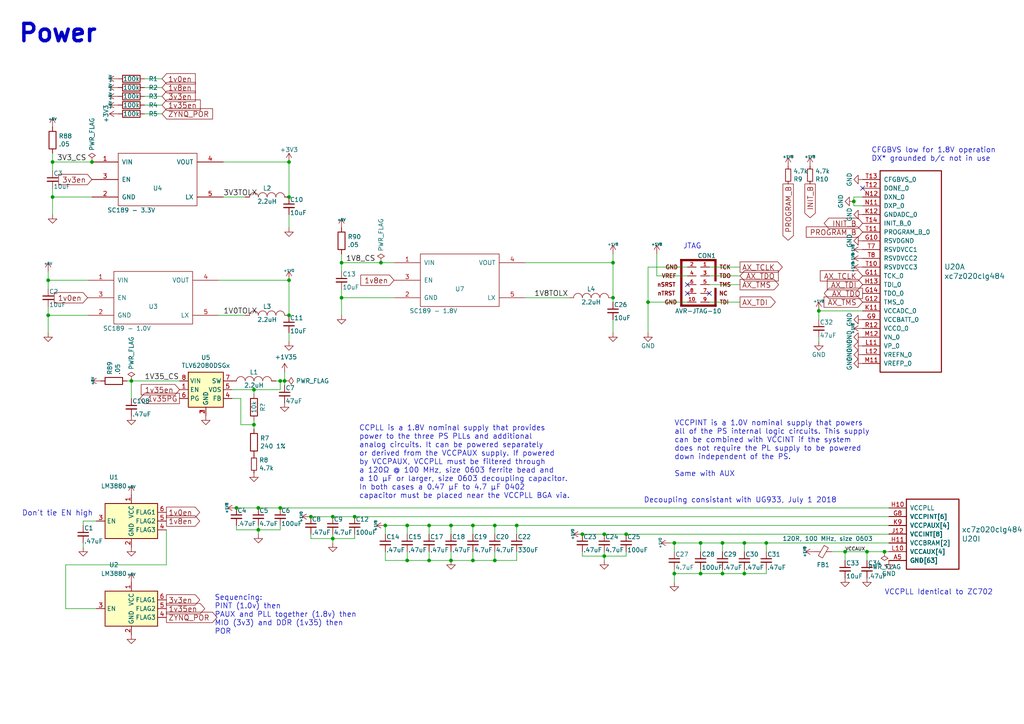
<source format=kicad_sch>
(kicad_sch (version 20230121) (generator eeschema)
  (paper "A4")
  (junction (at 137.16 152.4))
  (junction (at 149.86 152.4))
  (junction (at 13.97 91.44))
  (junction (at 118.11 162.56))
  (junction (at 177.8 86.36))
  (junction (at 251.46 160.02))
  (junction (at 26.67 46.99))
  (junction (at 124.46 152.4))
  (junction (at 110.49 76.2))
  (junction (at 118.11 152.4))
  (junction (at 81.28 110.49))
  (junction (at 83.82 57.15))
  (junction (at 143.51 162.56))
  (junction (at 237.49 90.17))
  (junction (at 99.06 86.36))
  (junction (at 73.66 123.19))
  (junction (at 203.2 166.37))
  (junction (at 73.66 113.03))
  (junction (at 82.55 110.49))
  (junction (at 68.58 147.32))
  (junction (at 175.26 154.94))
  (junction (at 195.58 157.48))
  (junction (at 215.9 166.37))
  (junction (at 74.93 147.32))
  (junction (at 143.51 152.4))
  (junction (at 209.55 166.37))
  (junction (at 247.65 58.42))
  (junction (at 38.1 110.49))
  (junction (at 96.52 149.86))
  (junction (at 15.24 46.99))
  (junction (at 175.26 161.29))
  (junction (at 181.61 154.94))
  (junction (at 90.17 149.86))
  (junction (at 81.28 147.32))
  (junction (at 96.52 156.21))
  (junction (at 15.24 57.15))
  (junction (at 209.55 157.48))
  (junction (at 130.81 152.4))
  (junction (at 83.82 81.28))
  (junction (at 99.06 76.2))
  (junction (at 137.16 162.56))
  (junction (at 245.11 160.02))
  (junction (at 256.54 160.02))
  (junction (at 13.97 81.28))
  (junction (at 124.46 162.56))
  (junction (at 177.8 76.2))
  (junction (at 111.76 152.4))
  (junction (at 74.93 153.67))
  (junction (at 102.87 149.86))
  (junction (at 83.82 46.99))
  (junction (at 130.81 162.56))
  (junction (at 168.91 154.94))
  (junction (at 83.82 91.44))
  (junction (at 195.58 166.37))
  (junction (at 203.2 157.48))
  (junction (at 215.9 157.48))
  (junction (at 187.96 87.63))
  (junction (at 222.25 157.48))
  (no_connect (at 250.19 54.61))
  (no_connect (at 199.39 82.55))
  (no_connect (at 199.39 85.09))
  (no_connect (at 205.74 85.09))
  (wire (pts (xy 99.06 86.36) (xy 99.06 91.44)))
  (wire (pts (xy 177.8 76.2) (xy 177.8 86.36)))
  (wire (pts (xy 67.31 115.57) (xy 69.85 115.57)))
  (wire (pts (xy 15.24 46.99) (xy 15.24 49.53)))
  (wire (pts (xy 245.11 160.02) (xy 251.46 160.02)))
  (wire (pts (xy 203.2 157.48) (xy 203.2 160.02)))
  (wire (pts (xy 195.58 165.1) (xy 195.58 166.37)))
  (wire (pts (xy 111.76 160.02) (xy 111.76 162.56)))
  (wire (pts (xy 177.8 92.71) (xy 177.8 96.52)))
  (wire (pts (xy 13.97 78.74) (xy 13.97 81.28)))
  (wire (pts (xy 257.81 160.02) (xy 256.54 160.02)))
  (wire (pts (xy 137.16 154.94) (xy 137.16 152.4)))
  (wire (pts (xy 15.24 57.15) (xy 26.67 57.15)))
  (wire (pts (xy 81.28 153.67) (xy 81.28 152.4)))
  (wire (pts (xy 214.63 87.63) (xy 205.74 87.63)))
  (wire (pts (xy 149.86 152.4) (xy 257.81 152.4)))
  (wire (pts (xy 181.61 154.94) (xy 257.81 154.94)))
  (wire (pts (xy 96.52 156.21) (xy 102.87 156.21)))
  (wire (pts (xy 250.19 90.17) (xy 237.49 90.17)))
  (wire (pts (xy 63.5 91.44) (xy 71.12 91.44)))
  (wire (pts (xy 209.55 166.37) (xy 215.9 166.37)))
  (wire (pts (xy 99.06 73.66) (xy 99.06 76.2)))
  (wire (pts (xy 187.96 77.47) (xy 187.96 87.63)))
  (wire (pts (xy 82.55 110.49) (xy 82.55 107.95)))
  (wire (pts (xy 73.66 113.03) (xy 81.28 113.03)))
  (wire (pts (xy 124.46 152.4) (xy 130.81 152.4)))
  (wire (pts (xy 247.65 59.69) (xy 250.19 59.69)))
  (wire (pts (xy 247.65 57.15) (xy 247.65 58.42)))
  (wire (pts (xy 118.11 152.4) (xy 124.46 152.4)))
  (wire (pts (xy 175.26 154.94) (xy 181.61 154.94)))
  (wire (pts (xy 118.11 152.4) (xy 118.11 154.94)))
  (wire (pts (xy 190.5 80.01) (xy 190.5 73.66)))
  (wire (pts (xy 203.2 157.48) (xy 209.55 157.48)))
  (wire (pts (xy 90.17 156.21) (xy 96.52 156.21)))
  (wire (pts (xy 195.58 166.37) (xy 203.2 166.37)))
  (wire (pts (xy 215.9 157.48) (xy 222.25 157.48)))
  (wire (pts (xy 74.93 153.67) (xy 74.93 152.4)))
  (wire (pts (xy 102.87 149.86) (xy 257.81 149.86)))
  (wire (pts (xy 175.26 161.29) (xy 175.26 162.56)))
  (wire (pts (xy 215.9 166.37) (xy 215.9 165.1)))
  (wire (pts (xy 15.24 54.61) (xy 15.24 57.15)))
  (wire (pts (xy 214.63 80.01) (xy 205.74 80.01)))
  (wire (pts (xy 209.55 157.48) (xy 209.55 160.02)))
  (wire (pts (xy 130.81 162.56) (xy 137.16 162.56)))
  (wire (pts (xy 256.54 160.02) (xy 251.46 160.02)))
  (wire (pts (xy 80.01 110.49) (xy 81.28 110.49)))
  (wire (pts (xy 110.49 76.2) (xy 114.3 76.2)))
  (wire (pts (xy 73.66 123.19) (xy 73.66 121.92)))
  (wire (pts (xy 13.97 81.28) (xy 25.4 81.28)))
  (wire (pts (xy 137.16 152.4) (xy 143.51 152.4)))
  (wire (pts (xy 15.24 57.15) (xy 15.24 62.23)))
  (wire (pts (xy 69.85 123.19) (xy 73.66 123.19)))
  (wire (pts (xy 168.91 160.02) (xy 168.91 161.29)))
  (wire (pts (xy 46.99 27.94) (xy 41.91 27.94)))
  (wire (pts (xy 99.06 76.2) (xy 99.06 78.74)))
  (wire (pts (xy 222.25 157.48) (xy 257.81 157.48)))
  (wire (pts (xy 27.94 151.13) (xy 24.13 151.13)))
  (wire (pts (xy 46.99 22.86) (xy 41.91 22.86)))
  (wire (pts (xy 99.06 86.36) (xy 114.3 86.36)))
  (wire (pts (xy 143.51 152.4) (xy 149.86 152.4)))
  (wire (pts (xy 38.1 110.49) (xy 52.07 110.49)))
  (wire (pts (xy 111.76 162.56) (xy 118.11 162.56)))
  (wire (pts (xy 137.16 162.56) (xy 143.51 162.56)))
  (wire (pts (xy 73.66 114.3) (xy 73.66 113.03)))
  (wire (pts (xy 41.91 30.48) (xy 46.99 30.48)))
  (wire (pts (xy 215.9 166.37) (xy 222.25 166.37)))
  (wire (pts (xy 177.8 86.36) (xy 177.8 87.63)))
  (wire (pts (xy 99.06 83.82) (xy 99.06 86.36)))
  (wire (pts (xy 67.31 113.03) (xy 73.66 113.03)))
  (wire (pts (xy 13.97 81.28) (xy 13.97 83.82)))
  (wire (pts (xy 149.86 152.4) (xy 149.86 154.94)))
  (wire (pts (xy 96.52 156.21) (xy 96.52 157.48)))
  (wire (pts (xy 73.66 124.46) (xy 73.66 123.19)))
  (wire (pts (xy 99.06 76.2) (xy 110.49 76.2)))
  (wire (pts (xy 90.17 154.94) (xy 90.17 156.21)))
  (wire (pts (xy 149.86 162.56) (xy 149.86 160.02)))
  (wire (pts (xy 83.82 96.52) (xy 83.82 99.06)))
  (wire (pts (xy 19.05 163.83) (xy 19.05 176.53)))
  (wire (pts (xy 82.55 110.49) (xy 82.55 111.76)))
  (wire (pts (xy 130.81 160.02) (xy 130.81 162.56)))
  (wire (pts (xy 199.39 87.63) (xy 187.96 87.63)))
  (wire (pts (xy 195.58 157.48) (xy 203.2 157.48)))
  (wire (pts (xy 64.77 46.99) (xy 83.82 46.99)))
  (wire (pts (xy 199.39 77.47) (xy 187.96 77.47)))
  (wire (pts (xy 111.76 152.4) (xy 118.11 152.4)))
  (wire (pts (xy 63.5 81.28) (xy 83.82 81.28)))
  (wire (pts (xy 13.97 91.44) (xy 13.97 96.52)))
  (wire (pts (xy 19.05 176.53) (xy 27.94 176.53)))
  (wire (pts (xy 83.82 46.99) (xy 83.82 57.15)))
  (wire (pts (xy 69.85 115.57) (xy 69.85 123.19)))
  (wire (pts (xy 222.25 157.48) (xy 222.25 160.02)))
  (wire (pts (xy 24.13 157.48) (xy 24.13 158.75)))
  (wire (pts (xy 111.76 154.94) (xy 111.76 152.4)))
  (wire (pts (xy 81.28 110.49) (xy 82.55 110.49)))
  (wire (pts (xy 209.55 166.37) (xy 209.55 165.1)))
  (wire (pts (xy 96.52 156.21) (xy 96.52 154.94)))
  (wire (pts (xy 152.4 86.36) (xy 165.1 86.36)))
  (wire (pts (xy 168.91 161.29) (xy 175.26 161.29)))
  (wire (pts (xy 15.24 46.99) (xy 26.67 46.99)))
  (wire (pts (xy 102.87 156.21) (xy 102.87 154.94)))
  (wire (pts (xy 124.46 154.94) (xy 124.46 152.4)))
  (wire (pts (xy 237.49 97.79) (xy 237.49 99.06)))
  (wire (pts (xy 130.81 152.4) (xy 137.16 152.4)))
  (wire (pts (xy 68.58 153.67) (xy 74.93 153.67)))
  (wire (pts (xy 250.19 57.15) (xy 247.65 57.15)))
  (wire (pts (xy 214.63 77.47) (xy 205.74 77.47)))
  (wire (pts (xy 152.4 76.2) (xy 177.8 76.2)))
  (wire (pts (xy 143.51 160.02) (xy 143.51 162.56)))
  (wire (pts (xy 137.16 160.02) (xy 137.16 162.56)))
  (wire (pts (xy 118.11 162.56) (xy 124.46 162.56)))
  (wire (pts (xy 68.58 147.32) (xy 74.93 147.32)))
  (wire (pts (xy 168.91 154.94) (xy 175.26 154.94)))
  (wire (pts (xy 237.49 90.17) (xy 237.49 92.71)))
  (wire (pts (xy 83.82 62.23) (xy 83.82 66.04)))
  (wire (pts (xy 195.58 166.37) (xy 195.58 168.91)))
  (wire (pts (xy 36.83 110.49) (xy 38.1 110.49)))
  (wire (pts (xy 74.93 147.32) (xy 81.28 147.32)))
  (wire (pts (xy 46.99 33.02) (xy 41.91 33.02)))
  (wire (pts (xy 195.58 160.02) (xy 195.58 157.48)))
  (wire (pts (xy 48.26 153.67) (xy 48.26 163.83)))
  (wire (pts (xy 24.13 151.13) (xy 24.13 152.4)))
  (wire (pts (xy 83.82 81.28) (xy 83.82 91.44)))
  (wire (pts (xy 214.63 82.55) (xy 205.74 82.55)))
  (wire (pts (xy 124.46 160.02) (xy 124.46 162.56)))
  (wire (pts (xy 175.26 161.29) (xy 175.26 160.02)))
  (wire (pts (xy 175.26 161.29) (xy 181.61 161.29)))
  (wire (pts (xy 118.11 160.02) (xy 118.11 162.56)))
  (wire (pts (xy 143.51 162.56) (xy 149.86 162.56)))
  (wire (pts (xy 187.96 87.63) (xy 187.96 96.52)))
  (wire (pts (xy 251.46 160.02) (xy 251.46 162.56)))
  (wire (pts (xy 241.3 160.02) (xy 245.11 160.02)))
  (wire (pts (xy 203.2 166.37) (xy 203.2 165.1)))
  (wire (pts (xy 38.1 115.57) (xy 38.1 110.49)))
  (wire (pts (xy 74.93 153.67) (xy 81.28 153.67)))
  (wire (pts (xy 245.11 160.02) (xy 245.11 162.56)))
  (wire (pts (xy 215.9 157.48) (xy 215.9 160.02)))
  (wire (pts (xy 74.93 153.67) (xy 74.93 154.94)))
  (wire (pts (xy 181.61 161.29) (xy 181.61 160.02)))
  (wire (pts (xy 68.58 152.4) (xy 68.58 153.67)))
  (wire (pts (xy 81.28 147.32) (xy 257.81 147.32)))
  (wire (pts (xy 15.24 44.45) (xy 15.24 46.99)))
  (wire (pts (xy 90.17 149.86) (xy 96.52 149.86)))
  (wire (pts (xy 124.46 162.56) (xy 130.81 162.56)))
  (wire (pts (xy 203.2 166.37) (xy 209.55 166.37)))
  (wire (pts (xy 96.52 149.86) (xy 102.87 149.86)))
  (wire (pts (xy 177.8 73.66) (xy 177.8 76.2)))
  (wire (pts (xy 48.26 163.83) (xy 19.05 163.83)))
  (wire (pts (xy 41.91 25.4) (xy 46.99 25.4)))
  (wire (pts (xy 209.55 157.48) (xy 215.9 157.48)))
  (wire (pts (xy 13.97 88.9) (xy 13.97 91.44)))
  (wire (pts (xy 194.31 157.48) (xy 195.58 157.48)))
  (wire (pts (xy 247.65 58.42) (xy 247.65 59.69)))
  (wire (pts (xy 81.28 113.03) (xy 81.28 110.49)))
  (wire (pts (xy 130.81 154.94) (xy 130.81 152.4)))
  (wire (pts (xy 71.12 57.15) (xy 64.77 57.15)))
  (wire (pts (xy 199.39 80.01) (xy 190.5 80.01)))
  (wire (pts (xy 222.25 166.37) (xy 222.25 165.1)))
  (wire (pts (xy 13.97 91.44) (xy 25.4 91.44)))
  (wire (pts (xy 143.51 154.94) (xy 143.51 152.4)))
  (text "Power" (at 5.08 12.7 0) (effects (font (size 5.0038 5.0038) (thickness 1.0008) bold) (justify left bottom)))
  (text "VCCPINT is a 1.0V nominal supply that powers \nall of the PS internal logic circuits. This supply \ncan be combined with VCCINT if the system \ndoes not require the PL supply to be powered \ndown independent of the PS.\n\nSame with AUX" (at 195.58 138.43 0) (effects (font (size 1.524 1.524)) (justify left bottom)))
  (text "CCPLL is a 1.8V nominal supply that provides \npower to the three PS PLLs and additional\nanalog circuits. It can be powered separately \nor derived from the VCCPAUX supply. If powered\nby VCCPAUX, VCCPLL must be filtered through \na 120Ω @ 100 MHz, size 0603 ferrite bead and\na 10 µF or larger, size 0603 decoupling capacitor. \nIn both cases a 0.47 µF to 4.7 µF 0402\ncapacitor must be placed near the VCCPLL BGA via. " (at 104.14 144.78 0) (effects (font (size 1.524 1.524)) (justify left bottom)))
  (text "Don't tie EN high" (at 6.35 149.86 0) (effects (font (size 1.5494 1.5494)) (justify left bottom)))
  (text "Decoupling consistant with UG933, July 1 2018" (at 186.69 146.05 0) (effects (font (size 1.524 1.524)) (justify left bottom)))
  (text "CFGBVS low for 1.8V operation\nDX* grounded b/c not in use" (at 252.73 46.99 0) (effects (font (size 1.524 1.524)) (justify left bottom)))
  (text "VCCPLL Identical to ZC702" (at 256.54 172.72 0) (effects (font (size 1.524 1.524)) (justify left bottom)))
  (text "Sequencing: \nPINT (1.0v) then \nPAUX and PLL together (1.8v) then\nMIO (3v3) and DDR (1v35) then\nPOR" (at 62.23 184.15 0) (effects (font (size 1.524 1.524)) (justify left bottom)))
  (text "JTAG" (at 198.12 72.39 0) (effects (font (size 1.524 1.524)) (justify left bottom)))
  (label "1V8TOLX" (at 154.94 86.36 0) (effects (font (size 1.524 1.524))))
  (label "1V0TOLX" (at 64.77 91.44 0) (effects (font (size 1.524 1.524))))
  (label "1V35_CS" (at 41.91 110.49 0) (effects (font (size 1.524 1.524))))
  (label "3V3TOLX" (at 64.77 57.15 0) (effects (font (size 1.524 1.524))))
  (label "VCCAUX" (at 245.11 160.02 0) (effects (font (size 0.9906 0.9906))))
  (label "1V8_CS" (at 100.33 76.2 0) (effects (font (size 1.524 1.524))))
  (label "3V3_CS" (at 16.51 46.99 0) (effects (font (size 1.524 1.524))))
  (global_label "ZYNQ_POR" (shape output) (at 48.26 179.07 0) (effects (font (size 1.524 1.524))) (property "Intersheetrefs" "${INTERSHEET_REFS}" (effects hide)))
  (global_label "AX_TCLK" (shape output) (at 214.63 77.47 0) (effects (font (size 1.524 1.524))) (property "Intersheetrefs" "${INTERSHEET_REFS}" (effects hide)))
  (global_label "1v8en" (shape input) (at 46.99 25.4 0) (effects (font (size 1.524 1.524))) (property "Intersheetrefs" "${INTERSHEET_REFS}" (effects hide)))
  (global_label "AX_TDI" (shape input) (at 250.19 82.55 180) (effects (font (size 1.524 1.524))) (property "Intersheetrefs" "${INTERSHEET_REFS}" (effects hide)))
  (global_label "PROGRAM_B" (shape output) (at 228.6 53.34 270) (effects (font (size 1.524 1.524))) (property "Intersheetrefs" "${INTERSHEET_REFS}" (effects hide)))
  (global_label "3v3en" (shape input) (at 46.99 27.94 0) (effects (font (size 1.524 1.524))) (property "Intersheetrefs" "${INTERSHEET_REFS}" (effects hide)))
  (global_label "1v0en" (shape input) (at 25.4 86.36 180) (effects (font (size 1.524 1.524))) (property "Intersheetrefs" "${INTERSHEET_REFS}" (effects hide)))
  (global_label "1v35en" (shape input) (at 52.07 113.03 180) (effects (font (size 1.524 1.524))) (property "Intersheetrefs" "${INTERSHEET_REFS}" (effects hide)))
  (global_label "ZYNQ_POR" (shape input) (at 46.99 33.02 0) (effects (font (size 1.524 1.524))) (property "Intersheetrefs" "${INTERSHEET_REFS}" (effects hide)))
  (global_label "INIT_B" (shape output) (at 234.95 53.34 270) (effects (font (size 1.524 1.524))) (property "Intersheetrefs" "${INTERSHEET_REFS}" (effects hide)))
  (global_label "AX_TCLK" (shape input) (at 250.19 80.01 180) (effects (font (size 1.524 1.524))) (property "Intersheetrefs" "${INTERSHEET_REFS}" (effects hide)))
  (global_label "AX_TDO" (shape input) (at 214.63 80.01 0) (effects (font (size 1.524 1.524))) (property "Intersheetrefs" "${INTERSHEET_REFS}" (effects hide)))
  (global_label "INIT_B" (shape bidirectional) (at 250.19 64.77 180) (effects (font (size 1.524 1.524))) (property "Intersheetrefs" "${INTERSHEET_REFS}" (effects hide)))
  (global_label "1v8en" (shape input) (at 114.3 81.28 180) (effects (font (size 1.524 1.524))) (property "Intersheetrefs" "${INTERSHEET_REFS}" (effects hide)))
  (global_label "1v35en" (shape output) (at 48.26 176.53 0) (effects (font (size 1.524 1.524))) (property "Intersheetrefs" "${INTERSHEET_REFS}" (effects hide)))
  (global_label "PROGRAM_B" (shape input) (at 250.19 67.31 180) (effects (font (size 1.524 1.524))) (property "Intersheetrefs" "${INTERSHEET_REFS}" (effects hide)))
  (global_label "1v35PG" (shape output) (at 52.07 115.57 180) (effects (font (size 1.524 1.524))) (property "Intersheetrefs" "${INTERSHEET_REFS}" (effects hide)))
  (global_label "AX_TDI" (shape output) (at 214.63 87.63 0) (effects (font (size 1.524 1.524))) (property "Intersheetrefs" "${INTERSHEET_REFS}" (effects hide)))
  (global_label "3v3en" (shape input) (at 26.67 52.07 180) (effects (font (size 1.524 1.524))) (property "Intersheetrefs" "${INTERSHEET_REFS}" (effects hide)))
  (global_label "AX_TMS" (shape input) (at 250.19 87.63 180) (effects (font (size 1.524 1.524))) (property "Intersheetrefs" "${INTERSHEET_REFS}" (effects hide)))
  (global_label "1v35en" (shape input) (at 46.99 30.48 0) (effects (font (size 1.524 1.524))) (property "Intersheetrefs" "${INTERSHEET_REFS}" (effects hide)))
  (global_label "3v3en" (shape output) (at 48.26 173.99 0) (effects (font (size 1.524 1.524))) (property "Intersheetrefs" "${INTERSHEET_REFS}" (effects hide)))
  (global_label "AX_TDO" (shape output) (at 250.19 85.09 180) (effects (font (size 1.524 1.524))) (property "Intersheetrefs" "${INTERSHEET_REFS}" (effects hide)))
  (global_label "1v8en" (shape output) (at 48.26 151.13 0) (effects (font (size 1.524 1.524))) (property "Intersheetrefs" "${INTERSHEET_REFS}" (effects hide)))
  (global_label "AX_TMS" (shape output) (at 214.63 82.55 0) (effects (font (size 1.524 1.524))) (property "Intersheetrefs" "${INTERSHEET_REFS}" (effects hide)))
  (global_label "1v0en" (shape output) (at 48.26 148.59 0) (effects (font (size 1.524 1.524))) (property "Intersheetrefs" "${INTERSHEET_REFS}" (effects hide)))
  (global_label "1v0en" (shape input) (at 46.99 22.86 0) (effects (font (size 1.524 1.524))) (property "Intersheetrefs" "${INTERSHEET_REFS}" (effects hide)))
  (symbol (lib_id "DFTBoard-rescue:AVR-JTAG-10-") (at 200.66 82.55 0) (mirror y) (unit 1)
    (property "Reference" "CON1" (at 204.978 74.168 0))
    (property "Value" "AVR-JTAG-10" (at 209.296 90.932 0) (effects (justify left bottom)))
    (property "Footprint" "DFTcustom:XilinxJTAG" (effects hide))
    (property "MFR" "DNS" (effects hide))
  )
  (symbol (lib_id "power:GND") (at 187.96 96.52 0) (unit 1)
    (property "Reference" "#PWR038" (effects hide))
    (property "Value" "GND" (at 187.96 100.33 0))
  )
  (symbol (lib_id "power:+1V8") (at 190.5 73.66 0) (unit 1)
    (property "Reference" "#PWR039" (effects hide))
    (property "Value" "+1.8V" (at 190.5 70.866 0) (effects (font (size 0.762 0.762))))
  )
  (symbol (lib_id "Device:C_Small") (at 237.49 95.25 0) (unit 1)
    (property "Reference" "C32" (at 237.744 93.472 0) (effects (justify left)))
    (property "Value" "47uF" (at 237.744 97.282 0) (effects (justify left)))
    (property "Footprint" "Capacitor_SMD:C_0805_2012Metric" (effects hide))
    (property "MFR" "Murata" (effects hide))
    (property "MPN" "GRM219R60J476ME44D" (effects hide))
    (property "SPR" "Digikey" (effects hide))
    (property "SPN" "490-13249-1-ND" (effects hide))
  )
  (symbol (lib_id "power:GND") (at 237.49 99.06 0) (unit 1)
    (property "Reference" "#PWR048" (effects hide))
    (property "Value" "GND" (at 237.49 102.87 0))
  )
  (symbol (lib_id "power:GND") (at 250.19 52.07 270) (unit 1)
    (property "Reference" "#PWR046" (effects hide))
    (property "Value" "GND" (at 246.38 52.07 0))
  )
  (symbol (lib_id "power:+1V8") (at 237.49 90.17 0) (unit 1)
    (property "Reference" "#PWR047" (effects hide))
    (property "Value" "+1.8V" (at 237.49 87.376 0) (effects (font (size 0.762 0.762))))
  )
  (symbol (lib_id "power:+1V0") (at 194.31 157.48 90) (unit 1)
    (property "Reference" "#PWR042" (effects hide))
    (property "Value" "+1.0V" (at 191.516 157.48 0) (effects (font (size 0.762 0.762))))
    (instances (project "DFTBoard" (path "" (reference "#PWR042") (unit 1)) (path "" (reference "#PWR?") (unit 1))))
  )
  (symbol (lib_id "Device:C_Small") (at 203.2 162.56 0) (unit 1)
    (property "Reference" "C28" (at 203.454 160.782 0) (effects (justify left)))
    (property "Value" "100uF" (at 203.454 164.592 0) (effects (justify left)))
    (property "Footprint" "Capacitor_SMD:C_1210_3225Metric" (effects hide))
    (property "MFR" "TAIYO YUDEN" (effects hide))
    (property "MPN" "JMK325ABJ107MM-P" (effects hide))
    (property "SPR" "Digikey" (effects hide))
    (property "SPN" "587-4313-1-ND" (effects hide))
  )
  (symbol (lib_id "power:GND") (at 195.58 168.91 0) (unit 1)
    (property "Reference" "#PWR043" (effects hide))
    (property "Value" "GND" (effects hide))
  )
  (symbol (lib_id "power:GND") (at 257.81 162.56 0) (unit 1)
    (property "Reference" "#PWR057" (effects hide))
    (property "Value" "GND" (at 257.81 166.37 0))
  )
  (symbol (lib_id "DFTBoard-rescue:SC189-") (at 133.35 81.28 0) (unit 1)
    (property "Reference" "U7" (at 133.35 83.82 0))
    (property "Value" "SC189 - 1.8V" (at 125.73 90.17 0))
    (property "Footprint" "Package_TO_SOT_SMD:SOT-23-5" (effects hide))
    (property "Datasheet" "DOCUMENTATION" (effects hide))
    (property "MFR" "Semtech Corporation" (effects hide))
    (property "MPN" "SC189LSKTRT" (effects hide))
    (property "SPR" "Digikey" (effects hide))
    (property "SPN" "SC189LSKCT-ND" (effects hide))
  )
  (symbol (lib_id "DFTBoard-rescue:SC189-") (at 45.72 52.07 0) (unit 1)
    (property "Reference" "U4" (at 45.72 54.61 0))
    (property "Value" "SC189 - 3.3V" (at 38.1 60.96 0))
    (property "Footprint" "Package_TO_SOT_SMD:SOT-23-5" (effects hide))
    (property "Datasheet" "DOCUMENTATION" (effects hide))
    (property "MFR" "Semtech Corporation" (effects hide))
    (property "MPN" "SC189ZSKTRT" (effects hide))
    (property "SPR" "Digikey" (effects hide))
    (property "SPN" "SC189ZSKCT-ND" (effects hide))
  )
  (symbol (lib_id "DFTBoard-rescue:SC189-") (at 44.45 86.36 0) (unit 1)
    (property "Reference" "U3" (at 44.45 88.9 0))
    (property "Value" "SC189 - 1.0V" (at 36.83 95.25 0))
    (property "Footprint" "Package_TO_SOT_SMD:SOT-23-5" (effects hide))
    (property "Datasheet" "DOCUMENTATION" (effects hide))
    (property "MFR" "Semtech Corporation" (effects hide))
    (property "MPN" "SC189ASKTRT" (effects hide))
    (property "SPR" "Digikey" (effects hide))
    (property "SPN" "SC189ASKCT-ND" (effects hide))
  )
  (symbol (lib_id "power:GND") (at 13.97 96.52 0) (unit 1)
    (property "Reference" "#PWR03" (effects hide))
    (property "Value" "GND" (effects hide))
  )
  (symbol (lib_id "Device:C_Small") (at 15.24 52.07 0) (unit 1)
    (property "Reference" "C3" (at 15.494 50.292 0) (effects (justify left)))
    (property "Value" "10uF" (at 15.494 54.102 0) (effects (justify left)))
    (property "Footprint" "Capacitor_SMD:C_0603_1608Metric" (effects hide))
    (property "MFR" "Murata" (effects hide))
    (property "MPN" "GRM188R61A106KE69J" (effects hide))
    (property "SPR" "Digikey" (effects hide))
    (property "SPN" "490-14372-1-ND" (effects hide))
  )
  (symbol (lib_id "Device:C_Small") (at 99.06 81.28 0) (unit 1)
    (property "Reference" "C13" (at 99.314 79.502 0) (effects (justify left)))
    (property "Value" "10uF" (at 99.314 83.312 0) (effects (justify left)))
    (property "Footprint" "Capacitor_SMD:C_0603_1608Metric" (effects hide))
    (property "MFR" "Murata" (effects hide))
    (property "MPN" "GRM188R61A106KE69J" (effects hide))
    (property "SPR" "Digikey" (effects hide))
    (property "SPN" "490-14372-1-ND" (effects hide))
  )
  (symbol (lib_id "Device:C_Small") (at 13.97 86.36 0) (unit 1)
    (property "Reference" "C2" (at 14.224 84.582 0) (effects (justify left)))
    (property "Value" "10uF" (at 14.224 88.392 0) (effects (justify left)))
    (property "Footprint" "Capacitor_SMD:C_0603_1608Metric" (effects hide))
    (property "MFR" "Murata" (effects hide))
    (property "MPN" "GRM188R61A106KE69J" (effects hide))
    (property "SPR" "Digikey" (effects hide))
    (property "SPN" "490-14372-1-ND" (effects hide))
  )
  (symbol (lib_id "Device:C_Small") (at 83.82 59.69 0) (unit 1)
    (property "Reference" "C10" (at 84.074 57.912 0) (effects (justify left)))
    (property "Value" "10uF" (at 84.074 61.722 0) (effects (justify left)))
    (property "Footprint" "Capacitor_SMD:C_0603_1608Metric" (effects hide))
    (property "MFR" "Murata" (effects hide))
    (property "MPN" "GRM188R61A106KE69J" (effects hide))
    (property "SPR" "Digikey" (effects hide))
    (property "SPN" "490-14372-1-ND" (effects hide))
  )
  (symbol (lib_id "Device:C_Small") (at 83.82 93.98 0) (unit 1)
    (property "Reference" "C11" (at 84.074 92.202 0) (effects (justify left)))
    (property "Value" "10uF" (at 84.074 96.012 0) (effects (justify left)))
    (property "Footprint" "Capacitor_SMD:C_0603_1608Metric" (effects hide))
    (property "MFR" "Murata" (effects hide))
    (property "MPN" "GRM188R61A106KE69J" (effects hide))
    (property "SPR" "Digikey" (effects hide))
    (property "SPN" "490-14372-1-ND" (effects hide))
  )
  (symbol (lib_id "Device:C_Small") (at 177.8 90.17 0) (unit 1)
    (property "Reference" "C26" (at 178.054 88.392 0) (effects (justify left)))
    (property "Value" "10uF" (at 178.054 92.202 0) (effects (justify left)))
    (property "Footprint" "Capacitor_SMD:C_0603_1608Metric" (effects hide))
    (property "MFR" "Murata" (effects hide))
    (property "MPN" "GRM188R61A106KE69J" (effects hide))
    (property "SPR" "Digikey" (effects hide))
    (property "SPN" "490-14372-1-ND" (effects hide))
  )
  (symbol (lib_id "power:GND") (at 83.82 66.04 0) (unit 1)
    (property "Reference" "#PWR025" (effects hide))
    (property "Value" "GND" (effects hide))
  )
  (symbol (lib_id "power:GND") (at 83.82 99.06 0) (unit 1)
    (property "Reference" "#PWR027" (effects hide))
    (property "Value" "GND" (effects hide))
  )
  (symbol (lib_id "power:GND") (at 177.8 96.52 0) (unit 1)
    (property "Reference" "#PWR041" (effects hide))
    (property "Value" "GND" (effects hide))
  )
  (symbol (lib_id "power:+1V0") (at 83.82 81.28 0) (unit 1)
    (property "Reference" "#PWR026" (effects hide))
    (property "Value" "+1.0V" (at 83.82 78.486 0) (effects (font (size 0.762 0.762))))
    (instances (project "DFTBoard" (path "" (reference "#PWR026") (unit 1)) (path "" (reference "#PWR?") (unit 1))))
  )
  (symbol (lib_id "power:+1V8") (at 177.8 73.66 0) (unit 1)
    (property "Reference" "#PWR040" (effects hide))
    (property "Value" "+1.8V" (at 177.8 70.866 0) (effects (font (size 0.762 0.762))))
  )
  (symbol (lib_id "DFTBoard-rescue:INDUCTOR_SMALL_P-") (at 77.47 57.15 0) (unit 1)
    (property "Reference" "L2" (at 77.47 54.61 0))
    (property "Value" "2.2uH" (at 77.47 58.42 0))
    (property "Footprint" "Capacitor_SMD:C_1812_4532Metric" (effects hide))
    (property "MFR" "Murata" (effects hide))
    (property "MPN" "LQH43PN2R2M26L" (effects hide))
    (property "SPR" "Digikey" (effects hide))
    (property "SPN" "490-12049-1-ND" (effects hide))
  )
  (symbol (lib_id "DFTBoard-rescue:INDUCTOR_SMALL_P-") (at 77.47 91.44 0) (unit 1)
    (property "Reference" "L3" (at 77.47 88.9 0))
    (property "Value" "2.2uH" (at 77.47 92.71 0))
    (property "Footprint" "Capacitor_SMD:C_1812_4532Metric" (effects hide))
    (property "MFR" "Murata" (effects hide))
    (property "MPN" "LQH43PN2R2M26L" (effects hide))
    (property "SPR" "Digikey" (effects hide))
    (property "SPN" "490-12049-1-ND" (effects hide))
  )
  (symbol (lib_id "DFTBoard-rescue:INDUCTOR_SMALL_P-") (at 171.45 86.36 0) (unit 1)
    (property "Reference" "L4" (at 171.45 83.82 0))
    (property "Value" "2.2uH" (at 171.45 87.63 0))
    (property "Footprint" "Capacitor_SMD:C_1812_4532Metric" (effects hide))
    (property "MFR" "Murata" (effects hide))
    (property "MPN" "LQH43PN2R2M26L" (effects hide))
    (property "SPR" "Digikey" (effects hide))
    (property "SPN" "490-12049-1-ND" (effects hide))
  )
  (symbol (lib_id "power:+3V3") (at 83.82 46.99 0) (unit 1)
    (property "Reference" "#PWR024" (effects hide))
    (property "Value" "+3.3V" (at 83.82 43.434 0))
  )
  (symbol (lib_id "power:GND") (at 15.24 62.23 0) (unit 1)
    (property "Reference" "#PWR05" (effects hide))
    (property "Value" "GND" (effects hide))
  )
  (symbol (lib_id "power:GND") (at 99.06 91.44 0) (unit 1)
    (property "Reference" "#PWR029" (effects hide))
    (property "Value" "GND" (effects hide))
  )
  (symbol (lib_id "Device:C_Small") (at 251.46 165.1 0) (unit 1)
    (property "Reference" "C34" (at 251.714 163.322 0) (effects (justify left)))
    (property "Value" ".47uF" (at 251.714 167.132 0) (effects (justify left)))
    (property "Footprint" "Capacitor_SMD:C_0402_1005Metric" (effects hide))
    (property "MFR" "Yageo" (effects hide))
    (property "MPN" "CC0402KRX5R5BB474" (effects hide))
    (property "SPR" "Digikey" (effects hide))
    (property "SPN" "311-1684-1-ND" (effects hide))
  )
  (symbol (lib_id "power:GND") (at 251.46 167.64 0) (unit 1)
    (property "Reference" "#PWR056" (effects hide))
    (property "Value" "GND" (effects hide))
  )
  (symbol (lib_id "DFTBoard-rescue:Ferrite_Bead_Small-Device") (at 238.76 160.02 270) (unit 1)
    (property "Reference" "FB1" (at 238.76 163.83 90))
    (property "Value" "120R, 100 MHz, size 0603" (at 240.03 156.21 90))
    (property "Footprint" "Capacitor_SMD:C_0603_1608Metric" (effects hide))
    (property "MFR" "Murata Electronics" (effects hide))
    (property "MPN" "BLM18AG121SN1D" (effects hide))
    (property "SPR" "Digikey" (effects hide))
    (property "SPN" "490-1011-1-ND" (effects hide))
    (property "SPURL" "-" (effects hide))
  )
  (symbol (lib_id "power:+1V8") (at 236.22 160.02 90) (unit 1)
    (property "Reference" "#PWR049" (effects hide))
    (property "Value" "+1.8V" (at 233.426 160.02 0) (effects (font (size 0.762 0.762))))
  )
  (symbol (lib_id "Device:C_Small") (at 245.11 165.1 0) (unit 1)
    (property "Reference" "C33" (at 245.364 163.322 0) (effects (justify left)))
    (property "Value" "10uF" (at 245.364 167.132 0) (effects (justify left)))
    (property "Footprint" "Capacitor_SMD:C_0603_1608Metric" (effects hide))
    (property "MFR" "Murata" (effects hide))
    (property "MPN" "GRM188R61A106KE69J" (effects hide))
    (property "SPR" "Digikey" (effects hide))
    (property "SPN" "490-14372-1-ND" (effects hide))
  )
  (symbol (lib_id "power:GND") (at 245.11 167.64 0) (unit 1)
    (property "Reference" "#PWR051" (effects hide))
    (property "Value" "GND" (effects hide))
  )
  (symbol (lib_id "Device:C_Small") (at 149.86 157.48 0) (unit 1)
    (property "Reference" "C22" (at 150.114 155.702 0) (effects (justify left)))
    (property "Value" "330uF" (at 150.114 159.512 0) (effects (justify left)))
    (property "Footprint" "Capacitor_SMD:C_1206_3216Metric" (effects hide))
    (property "MFR" "AVX Corporation" (effects hide))
    (property "MPN" "F950G337MAAAQ2" (effects hide))
    (property "SPR" "Digikey" (effects hide))
    (property "SPN" "478-8378-1-ND" (effects hide))
    (property "SPURL" "-" (effects hide))
  )
  (symbol (lib_id "Device:C_Small") (at 143.51 157.48 0) (unit 1)
    (property "Reference" "C20" (at 143.764 155.702 0) (effects (justify left)))
    (property "Value" "4.7uF" (at 143.764 159.512 0) (effects (justify left)))
    (property "Footprint" "Capacitor_SMD:C_0402_1005Metric" (effects hide))
    (property "MFR" "Murata" (effects hide))
    (property "MPN" "GRM155R60G475ME47D" (effects hide))
    (property "SPR" "Digikey" (effects hide))
    (property "SPN" "490-11980-1-ND" (effects hide))
  )
  (symbol (lib_id "Device:C_Small") (at 137.16 157.48 0) (unit 1)
    (property "Reference" "C19" (at 137.414 155.702 0) (effects (justify left)))
    (property "Value" "4.7uF" (at 137.414 159.512 0) (effects (justify left)))
    (property "Footprint" "Capacitor_SMD:C_0402_1005Metric" (effects hide))
    (property "MFR" "Murata" (effects hide))
    (property "MPN" "GRM155R60G475ME47D" (effects hide))
    (property "SPR" "Digikey" (effects hide))
    (property "SPN" "490-11980-1-ND" (effects hide))
  )
  (symbol (lib_id "Device:C_Small") (at 130.81 157.48 0) (unit 1)
    (property "Reference" "C18" (at 131.064 155.702 0) (effects (justify left)))
    (property "Value" ".47uF" (at 131.064 159.512 0) (effects (justify left)))
    (property "Footprint" "Capacitor_SMD:C_0402_1005Metric" (effects hide))
    (property "MFR" "Yageo" (effects hide))
    (property "MPN" "CC0402KRX5R5BB474" (effects hide))
    (property "SPR" "Digikey" (effects hide))
    (property "SPN" "311-1684-1-ND" (effects hide))
  )
  (symbol (lib_id "Device:C_Small") (at 124.46 157.48 0) (unit 1)
    (property "Reference" "C17" (at 124.714 155.702 0) (effects (justify left)))
    (property "Value" ".47uF" (at 124.714 159.512 0) (effects (justify left)))
    (property "Footprint" "Capacitor_SMD:C_0402_1005Metric" (effects hide))
    (property "MFR" "Yageo" (effects hide))
    (property "MPN" "CC0402KRX5R5BB474" (effects hide))
    (property "SPR" "Digikey" (effects hide))
    (property "SPN" "311-1684-1-ND" (effects hide))
  )
  (symbol (lib_id "Device:C_Small") (at 118.11 157.48 0) (unit 1)
    (property "Reference" "C15" (at 118.364 155.702 0) (effects (justify left)))
    (property "Value" ".47uF" (at 118.364 159.512 0) (effects (justify left)))
    (property "Footprint" "Capacitor_SMD:C_0402_1005Metric" (effects hide))
    (property "MFR" "Yageo" (effects hide))
    (property "MPN" "CC0402KRX5R5BB474" (effects hide))
    (property "SPR" "Digikey" (effects hide))
    (property "SPN" "311-1684-1-ND" (effects hide))
  )
  (symbol (lib_id "Device:C_Small") (at 111.76 157.48 0) (unit 1)
    (property "Reference" "C14" (at 112.014 155.702 0) (effects (justify left)))
    (property "Value" ".47uF" (at 112.014 159.512 0) (effects (justify left)))
    (property "Footprint" "Capacitor_SMD:C_0402_1005Metric" (effects hide))
    (property "MFR" "Yageo" (effects hide))
    (property "MPN" "CC0402KRX5R5BB474" (effects hide))
    (property "SPR" "Digikey" (effects hide))
    (property "SPN" "311-1684-1-ND" (effects hide))
  )
  (symbol (lib_id "Device:C_Small") (at 209.55 162.56 0) (unit 1)
    (property "Reference" "C29" (at 209.804 160.782 0) (effects (justify left)))
    (property "Value" ".47uF" (at 209.804 164.592 0) (effects (justify left)))
    (property "Footprint" "Capacitor_SMD:C_0402_1005Metric" (effects hide))
    (property "MFR" "Yageo" (effects hide))
    (property "MPN" "CC0402KRX5R5BB474" (effects hide))
    (property "SPR" "Digikey" (effects hide))
    (property "SPN" "311-1684-1-ND" (effects hide))
  )
  (symbol (lib_id "Device:C_Small") (at 215.9 162.56 0) (unit 1)
    (property "Reference" "C30" (at 216.154 160.782 0) (effects (justify left)))
    (property "Value" ".47uF" (at 216.154 164.592 0) (effects (justify left)))
    (property "Footprint" "Capacitor_SMD:C_0402_1005Metric" (effects hide))
    (property "MFR" "Yageo" (effects hide))
    (property "MPN" "CC0402KRX5R5BB474" (effects hide))
    (property "SPR" "Digikey" (effects hide))
    (property "SPN" "311-1684-1-ND" (effects hide))
  )
  (symbol (lib_id "Device:C_Small") (at 222.25 162.56 0) (unit 1)
    (property "Reference" "C31" (at 222.504 160.782 0) (effects (justify left)))
    (property "Value" ".47uF" (at 222.504 164.592 0) (effects (justify left)))
    (property "Footprint" "Capacitor_SMD:C_0402_1005Metric" (effects hide))
    (property "MFR" "Yageo" (effects hide))
    (property "MPN" "CC0402KRX5R5BB474" (effects hide))
    (property "SPR" "Digikey" (effects hide))
    (property "SPN" "311-1684-1-ND" (effects hide))
  )
  (symbol (lib_id "Power_Supervisor:LM3880") (at 38.1 151.13 0) (unit 1)
    (property "Reference" "U1" (at 33.02 138.43 0))
    (property "Value" "LM3880" (at 33.02 140.97 0))
    (property "Footprint" "Package_TO_SOT_SMD:SOT-23-6" (effects hide))
    (property "Datasheet" "http://www.ti.com/lit/ds/symlink/lm3880.pdf" (effects hide))
    (property "MFR" "Texas Instruments" (effects hide))
    (property "MPN" "LM3880MF-1AE/NOPB" (effects hide))
    (property "SPR" "Digikey" (effects hide))
    (property "SPN" "LM3880MF-1AE/NOPBDKR-ND" (effects hide))
    (property "SPURL" "-" (effects hide))
  )
  (symbol (lib_id "Power_Supervisor:LM3880") (at 38.1 176.53 0) (unit 1)
    (property "Reference" "U2" (at 33.02 163.83 0))
    (property "Value" "LM3880" (at 33.02 166.37 0))
    (property "Footprint" "Package_TO_SOT_SMD:SOT-23-6" (effects hide))
    (property "Datasheet" "http://www.ti.com/lit/ds/symlink/lm3880.pdf" (effects hide))
    (property "MFR" "Texas Instruments" (effects hide))
    (property "MPN" "LM3880MF-1AE/NOPB" (effects hide))
    (property "SPR" "Digikey" (effects hide))
    (property "SPN" "LM3880MF-1AE/NOPBDKR-ND" (effects hide))
    (property "SPURL" "-" (effects hide))
  )
  (symbol (lib_id "power:+5V") (at 38.1 143.51 0) (unit 1)
    (property "Reference" "#PWR06" (effects hide))
    (property "Value" "+5V" (at 38.1 141.224 0) (effects (font (size 0.762 0.762))))
  )
  (symbol (lib_id "power:+5V") (at 38.1 168.91 0) (unit 1)
    (property "Reference" "#PWR08" (effects hide))
    (property "Value" "+5V" (at 38.1 166.624 0) (effects (font (size 0.762 0.762))))
  )
  (symbol (lib_id "power:GND") (at 38.1 158.75 0) (unit 1)
    (property "Reference" "#PWR07" (effects hide))
    (property "Value" "GND" (effects hide))
  )
  (symbol (lib_id "power:GND") (at 38.1 184.15 0) (unit 1)
    (property "Reference" "#PWR09" (effects hide))
    (property "Value" "GND" (effects hide))
  )
  (symbol (lib_id "Device:R_Small") (at 228.6 50.8 0) (mirror x) (unit 1)
    (property "Reference" "R9" (at 230.0986 51.9684 0) (effects (justify left)))
    (property "Value" "4.7k" (at 230.0986 49.657 0) (effects (justify left)))
    (property "Footprint" "Resistor_SMD:R_0402_1005Metric" (effects hide))
    (property "MFR" "Yageo" (effects hide))
    (property "MPN" "RC0402JR-074K7L" (effects hide))
    (property "SPR" "Digikey" (effects hide))
    (property "SPN" "311-4.7KJRCT-ND" (effects hide))
    (property "SPURL" "-" (effects hide))
    (instances (project "DFTBoard" (path "" (reference "R9") (unit 1)) (path "" (reference "R?") (unit 1))))
  )
  (symbol (lib_id "power:+5V") (at 99.06 66.04 0) (unit 1)
    (property "Reference" "#PWR028" (effects hide))
    (property "Value" "+5V" (at 99.06 63.754 0) (effects (font (size 0.762 0.762))))
  )
  (symbol (lib_id "power:+1V8") (at 228.6 48.26 0) (mirror y) (unit 1)
    (property "Reference" "#PWR044" (effects hide))
    (property "Value" "+1.8V" (at 228.6 45.466 0) (effects (font (size 0.762 0.762))))
  )
  (symbol (lib_id "power:PWR_FLAG") (at 256.54 160.02 180) (unit 1)
    (property "Reference" "#FLG02" (effects hide))
    (property "Value" "PWR_FLAG" (at 256.54 164.4142 0))
  )
  (symbol (lib_id "Device:R") (at 38.1 22.86 90) (unit 1)
    (property "Reference" "R1" (at 44.45 22.86 90))
    (property "Value" "100k" (at 38.1 22.86 90))
    (property "Footprint" "Resistor_SMD:R_0402_1005Metric" (effects hide))
    (property "MFR" "Yageo" (effects hide))
    (property "MPN" "RC0402FR-07100KL" (effects hide))
    (property "SPR" "Digikey" (effects hide))
    (property "SPN" "311-100KLRTR-ND" (effects hide))
    (instances (project "DFTBoard" (path "" (reference "R1") (unit 1)) (path "" (reference "R?") (unit 1))))
  )
  (symbol (lib_id "Device:R_Small") (at 234.95 50.8 0) (mirror x) (unit 1)
    (property "Reference" "R10" (at 236.4486 51.9684 0) (effects (justify left)))
    (property "Value" "4.7k" (at 236.4486 49.657 0) (effects (justify left)))
    (property "Footprint" "Resistor_SMD:R_0402_1005Metric" (effects hide))
    (property "MFR" "Yageo" (effects hide))
    (property "MPN" "RC0402JR-074K7L" (effects hide))
    (property "SPR" "Digikey" (effects hide))
    (property "SPN" "311-4.7KJRCT-ND" (effects hide))
    (property "SPURL" "-" (effects hide))
    (instances (project "DFTBoard" (path "" (reference "R10") (unit 1)) (path "" (reference "R?") (unit 1))))
  )
  (symbol (lib_id "power:+1V8") (at 234.95 48.26 0) (mirror y) (unit 1)
    (property "Reference" "#PWR045" (effects hide))
    (property "Value" "+1.8V" (at 234.95 45.466 0) (effects (font (size 0.762 0.762))))
  )
  (symbol (lib_id "Device:R") (at 38.1 25.4 90) (unit 1)
    (property "Reference" "R2" (at 44.45 25.4 90))
    (property "Value" "100k" (at 38.1 25.4 90))
    (property "Footprint" "Resistor_SMD:R_0402_1005Metric" (effects hide))
    (property "MFR" "Yageo" (effects hide))
    (property "MPN" "RC0402FR-07100KL" (effects hide))
    (property "SPR" "Digikey" (effects hide))
    (property "SPN" "311-100KLRTR-ND" (effects hide))
    (instances (project "DFTBoard" (path "" (reference "R2") (unit 1)) (path "" (reference "R?") (unit 1))))
  )
  (symbol (lib_id "Device:R") (at 38.1 27.94 90) (unit 1)
    (property "Reference" "R3" (at 44.45 27.94 90))
    (property "Value" "100k" (at 38.1 27.94 90))
    (property "Footprint" "Resistor_SMD:R_0402_1005Metric" (effects hide))
    (property "MFR" "Yageo" (effects hide))
    (property "MPN" "RC0402FR-07100KL" (effects hide))
    (property "SPR" "Digikey" (effects hide))
    (property "SPN" "311-100KLRTR-ND" (effects hide))
    (instances (project "DFTBoard" (path "" (reference "R3") (unit 1)) (path "" (reference "R?") (unit 1))))
  )
  (symbol (lib_id "Device:R") (at 38.1 30.48 90) (unit 1)
    (property "Reference" "R4" (at 44.45 30.48 90))
    (property "Value" "100k" (at 38.1 30.48 90))
    (property "Footprint" "Resistor_SMD:R_0402_1005Metric" (effects hide))
    (property "MFR" "Yageo" (effects hide))
    (property "MPN" "RC0402FR-07100KL" (effects hide))
    (property "SPR" "Digikey" (effects hide))
    (property "SPN" "311-100KLRTR-ND" (effects hide))
    (instances (project "DFTBoard" (path "" (reference "R4") (unit 1)) (path "" (reference "R?") (unit 1))))
  )
  (symbol (lib_id "Device:R") (at 38.1 33.02 90) (unit 1)
    (property "Reference" "R5" (at 44.45 33.02 90))
    (property "Value" "100k" (at 38.1 33.02 90))
    (property "Footprint" "Resistor_SMD:R_0402_1005Metric" (effects hide))
    (property "MFR" "Yageo" (effects hide))
    (property "MPN" "RC0402FR-07100KL" (effects hide))
    (property "SPR" "Digikey" (effects hide))
    (property "SPN" "311-100KLRTR-ND" (effects hide))
    (instances (project "DFTBoard" (path "" (reference "R5") (unit 1)) (path "" (reference "R?") (unit 1))))
  )
  (symbol (lib_id "power:+1V8") (at 250.19 74.93 90) (unit 1)
    (property "Reference" "#PWR055" (effects hide))
    (property "Value" "+1.8V" (at 247.396 74.93 0) (effects (font (size 0.762 0.762))))
  )
  (symbol (lib_id "power:+1V8") (at 250.19 72.39 90) (unit 1)
    (property "Reference" "#PWR054" (effects hide))
    (property "Value" "+1.8V" (at 247.396 72.39 0) (effects (font (size 0.762 0.762))))
  )
  (symbol (lib_id "power:+1V8") (at 250.19 95.25 90) (unit 1)
    (property "Reference" "#PWR053" (effects hide))
    (property "Value" "+1.8V" (at 247.396 95.25 0) (effects (font (size 0.762 0.762))))
  )
  (symbol (lib_id "power:GND") (at 250.19 69.85 270) (unit 1)
    (property "Reference" "#PWR052" (effects hide))
    (property "Value" "GND" (at 246.38 69.85 0))
  )
  (symbol (lib_id "power:+3V3") (at 34.29 33.02 90) (unit 1)
    (property "Reference" "#PWR016" (effects hide))
    (property "Value" "+3.3V" (at 30.734 33.02 0))
  )
  (symbol (lib_id "Device:C_Small") (at 181.61 157.48 0) (unit 1)
    (property "Reference" "C25" (at 181.864 155.702 0) (effects (justify left)))
    (property "Value" "100uF" (at 181.864 159.512 0) (effects (justify left)))
    (property "Footprint" "Capacitor_SMD:C_1210_3225Metric" (effects hide))
    (property "MFR" "TAIYO YUDEN" (effects hide))
    (property "MPN" "JMK325ABJ107MM-P" (effects hide))
    (property "SPR" "Digikey" (effects hide))
    (property "SPN" "587-4313-1-ND" (effects hide))
  )
  (symbol (lib_id "Device:C_Small") (at 168.91 157.48 0) (unit 1)
    (property "Reference" "C23" (at 169.164 155.702 0) (effects (justify left)))
    (property "Value" ".47uF" (at 169.164 159.512 0) (effects (justify left)))
    (property "Footprint" "Capacitor_SMD:C_0402_1005Metric" (effects hide))
    (property "MFR" "Yageo" (effects hide))
    (property "MPN" "CC0402KRX5R5BB474" (effects hide))
    (property "SPR" "Digikey" (effects hide))
    (property "SPN" "311-1684-1-ND" (effects hide))
  )
  (symbol (lib_id "Device:C_Small") (at 175.26 157.48 0) (unit 1)
    (property "Reference" "C24" (at 175.514 155.702 0) (effects (justify left)))
    (property "Value" "4.7uF" (at 175.514 159.512 0) (effects (justify left)))
    (property "Footprint" "Capacitor_SMD:C_0402_1005Metric" (effects hide))
    (property "MFR" "Murata" (effects hide))
    (property "MPN" "GRM155R60G475ME47D" (effects hide))
    (property "SPR" "Digikey" (effects hide))
    (property "SPN" "490-11980-1-ND" (effects hide))
  )
  (symbol (lib_id "Device:C_Small") (at 24.13 154.94 0) (unit 1)
    (property "Reference" "C1" (at 24.384 153.162 0) (effects (justify left)))
    (property "Value" ".47uF" (at 24.384 156.972 0) (effects (justify left)))
    (property "Footprint" "Capacitor_SMD:C_0402_1005Metric" (effects hide))
    (property "MFR" "Yageo" (effects hide))
    (property "MPN" "CC0402KRX5R5BB474" (effects hide))
    (property "SPR" "Digikey" (effects hide))
    (property "SPN" "311-1684-1-ND" (effects hide))
  )
  (symbol (lib_id "power:GND") (at 24.13 158.75 0) (unit 1)
    (property "Reference" "#PWR01" (effects hide))
    (property "Value" "GND" (effects hide))
  )
  (symbol (lib_id "power:GND") (at 175.26 162.56 0) (unit 1)
    (property "Reference" "#PWR037" (effects hide))
    (property "Value" "GND" (effects hide))
  )
  (symbol (lib_id "Device:C_Small") (at 195.58 162.56 0) (unit 1)
    (property "Reference" "C27" (at 195.834 160.782 0) (effects (justify left)))
    (property "Value" "4.7uF" (at 195.834 164.592 0) (effects (justify left)))
    (property "Footprint" "Capacitor_SMD:C_0402_1005Metric" (effects hide))
    (property "MFR" "Murata" (effects hide))
    (property "MPN" "GRM155R60G475ME47D" (effects hide))
    (property "SPR" "Digikey" (effects hide))
    (property "SPN" "490-11980-1-ND" (effects hide))
  )
  (symbol (lib_id "power:GND") (at 130.81 162.56 0) (unit 1)
    (property "Reference" "#PWR0212" (effects hide))
    (property "Value" "GND" (effects hide))
  )
  (symbol (lib_id "Device:C_Small") (at 102.87 152.4 0) (unit 1)
    (property "Reference" "C12" (at 103.124 150.622 0) (effects (justify left)))
    (property "Value" "100uF" (at 103.124 154.432 0) (effects (justify left)))
    (property "Footprint" "Capacitor_SMD:C_1210_3225Metric" (effects hide))
    (property "MFR" "TAIYO YUDEN" (effects hide))
    (property "MPN" "JMK325ABJ107MM-P" (effects hide))
    (property "SPR" "Digikey" (effects hide))
    (property "SPN" "587-4313-1-ND" (effects hide))
  )
  (symbol (lib_id "Device:C_Small") (at 90.17 152.4 0) (unit 1)
    (property "Reference" "C8" (at 90.424 150.622 0) (effects (justify left)))
    (property "Value" ".47uF" (at 90.424 154.432 0) (effects (justify left)))
    (property "Footprint" "Capacitor_SMD:C_0402_1005Metric" (effects hide))
    (property "MFR" "Yageo" (effects hide))
    (property "MPN" "CC0402KRX5R5BB474" (effects hide))
    (property "SPR" "Digikey" (effects hide))
    (property "SPN" "311-1684-1-ND" (effects hide))
  )
  (symbol (lib_id "Device:C_Small") (at 96.52 152.4 0) (unit 1)
    (property "Reference" "C9" (at 96.774 150.622 0) (effects (justify left)))
    (property "Value" "4.7uF" (at 96.774 154.432 0) (effects (justify left)))
    (property "Footprint" "Capacitor_SMD:C_0402_1005Metric" (effects hide))
    (property "MFR" "Murata" (effects hide))
    (property "MPN" "GRM155R60G475ME47D" (effects hide))
    (property "SPR" "Digikey" (effects hide))
    (property "SPN" "490-11980-1-ND" (effects hide))
  )
  (symbol (lib_id "power:GND") (at 96.52 157.48 0) (unit 1)
    (property "Reference" "#PWR023" (effects hide))
    (property "Value" "GND" (effects hide))
  )
  (symbol (lib_id "Device:C_Small") (at 81.28 149.86 0) (unit 1)
    (property "Reference" "C6" (at 81.534 148.082 0) (effects (justify left)))
    (property "Value" "100uF" (at 81.534 151.892 0) (effects (justify left)))
    (property "Footprint" "Capacitor_SMD:C_1210_3225Metric" (effects hide))
    (property "MFR" "TAIYO YUDEN" (effects hide))
    (property "MPN" "JMK325ABJ107MM-P" (effects hide))
    (property "SPR" "Digikey" (effects hide))
    (property "SPN" "587-4313-1-ND" (effects hide))
  )
  (symbol (lib_id "Device:C_Small") (at 68.58 149.86 0) (unit 1)
    (property "Reference" "C4" (at 68.834 148.082 0) (effects (justify left)))
    (property "Value" ".47uF" (at 68.834 151.892 0) (effects (justify left)))
    (property "Footprint" "Capacitor_SMD:C_0402_1005Metric" (effects hide))
    (property "MFR" "Yageo" (effects hide))
    (property "MPN" "CC0402KRX5R5BB474" (effects hide))
    (property "SPR" "Digikey" (effects hide))
    (property "SPN" "311-1684-1-ND" (effects hide))
  )
  (symbol (lib_id "Device:C_Small") (at 74.93 149.86 0) (unit 1)
    (property "Reference" "C5" (at 75.184 148.082 0) (effects (justify left)))
    (property "Value" "4.7uF" (at 75.184 151.892 0) (effects (justify left)))
    (property "Footprint" "Capacitor_SMD:C_0402_1005Metric" (effects hide))
    (property "MFR" "Murata" (effects hide))
    (property "MPN" "GRM155R60G475ME47D" (effects hide))
    (property "SPR" "Digikey" (effects hide))
    (property "SPN" "490-11980-1-ND" (effects hide))
  )
  (symbol (lib_id "power:GND") (at 74.93 154.94 0) (unit 1)
    (property "Reference" "#PWR019" (effects hide))
    (property "Value" "GND" (effects hide))
  )
  (symbol (lib_id "power:GND") (at 247.65 58.42 270) (unit 1)
    (property "Reference" "#PWR0213" (effects hide))
    (property "Value" "GND" (at 243.84 58.42 0))
  )
  (symbol (lib_id "power:GND") (at 250.19 62.23 270) (unit 1)
    (property "Reference" "#PWR0214" (effects hide))
    (property "Value" "GND" (at 246.38 62.23 0))
  )
  (symbol (lib_id "power:+1V0") (at 90.17 149.86 90) (unit 1)
    (property "Reference" "#PWR022" (effects hide))
    (property "Value" "+1.0V" (at 87.376 149.86 0) (effects (font (size 0.762 0.762))))
    (instances (project "DFTBoard" (path "" (reference "#PWR022") (unit 1)) (path "" (reference "#PWR?") (unit 1))))
  )
  (symbol (lib_id "power:+1V8") (at 68.58 147.32 90) (unit 1)
    (property "Reference" "#PWR017" (effects hide))
    (property "Value" "+1.8V" (at 65.786 147.32 0) (effects (font (size 0.762 0.762))))
  )
  (symbol (lib_id "Regulator_Switching:TLV62080DSGx") (at 59.69 113.03 0) (unit 1)
    (property "Reference" "U5" (at 59.69 103.7082 0))
    (property "Value" "TLV62080DSGx" (at 59.69 106.0196 0))
    (property "Footprint" "Package_SON:WSON-8-1EP_2x2mm_P0.5mm_EP0.9x1.6mm" (effects hide))
    (property "Datasheet" "http://www.ti.com/lit/ds/symlink/tlv62080.pdf" (effects hide))
    (property "MFR" "Texas Instruments" (effects hide))
    (property "MPN" "TLV62080DSGR" (effects hide))
    (property "SPR" "Digikey" (effects hide))
    (property "SPN" "296-39270-6-ND" (effects hide))
    (property "SPURL" "-" (effects hide))
  )
  (symbol (lib_id "power:GND") (at 59.69 120.65 0) (unit 1)
    (property "Reference" "#PWR011" (effects hide))
    (property "Value" "GND" (effects hide))
  )
  (symbol (lib_id "DFTBoard-rescue:INDUCTOR_SMALL_P-") (at 73.66 110.49 0) (unit 1)
    (property "Reference" "L1" (at 73.66 107.95 0))
    (property "Value" "2.2uH" (at 73.66 111.76 0))
    (property "Footprint" "Capacitor_SMD:C_1812_4532Metric" (effects hide))
    (property "MFR" "Murata" (effects hide))
    (property "MPN" "LQH43PN2R2M26L" (effects hide))
    (property "SPR" "Digikey" (effects hide))
    (property "SPN" "490-12049-1-ND" (effects hide))
  )
  (symbol (lib_id "power:GND") (at 250.19 105.41 270) (unit 1)
    (property "Reference" "#PWR0215" (effects hide))
    (property "Value" "GND" (at 246.38 105.41 0))
  )
  (symbol (lib_id "power:GND") (at 250.19 102.87 270) (unit 1)
    (property "Reference" "#PWR0216" (effects hide))
    (property "Value" "GND" (at 246.38 102.87 0))
  )
  (symbol (lib_id "power:GND") (at 250.19 100.33 270) (unit 1)
    (property "Reference" "#PWR0217" (effects hide))
    (property "Value" "GND" (at 246.38 100.33 0))
  )
  (symbol (lib_id "power:GND") (at 250.19 97.79 270) (unit 1)
    (property "Reference" "#PWR0218" (effects hide))
    (property "Value" "GND" (at 246.38 97.79 0))
  )
  (symbol (lib_id "power:+1V8") (at 250.19 77.47 90) (unit 1)
    (property "Reference" "#PWR0219" (effects hide))
    (property "Value" "+1.8V" (at 247.396 77.47 0) (effects (font (size 0.762 0.762))))
  )
  (symbol (lib_id "power:GND") (at 250.19 92.71 270) (unit 1)
    (property "Reference" "#PWR0220" (effects hide))
    (property "Value" "GND" (at 246.38 92.71 0))
  )
  (symbol (lib_id "xilinx7:xc7z020clg484") (at 250.19 52.07 0) (unit 1)
    (property "Reference" "U20" (at 273.8374 77.3938 0) (effects (font (size 1.524 1.524)) (justify left)))
    (property "Value" "xc7z020clg484" (at 273.8374 80.0862 0) (effects (font (size 1.524 1.524)) (justify left)))
    (property "Footprint" "DFTcustom:BGA-484_19.0x19.0mm_Layout22x22_P0.80mm_dia0.40mm" (effects hide))
    (property "MFR" "Xilinx" (effects hide))
    (property "MPN" "XC7Z020-1CLG484C" (effects hide))
    (property "SPR" "Digikey" (effects hide))
    (property "SPN" "122-1850-ND" (effects hide))
    (property "SPURL" "-" (effects hide))
  )
  (symbol (lib_id "power:+1V35") (at 82.55 107.95 0) (unit 1)
    (property "Reference" "#PWR020" (effects hide))
    (property "Value" "+1V35" (at 82.931 103.5558 0))
  )
  (symbol (lib_id "Device:R") (at 73.66 128.27 0) (unit 1)
    (property "Reference" "R7" (at 75.438 127.1016 0) (effects (justify left)))
    (property "Value" "240 1%" (at 75.438 129.413 0) (effects (justify left)))
    (property "Footprint" "Resistor_SMD:R_0402_1005Metric" (effects hide))
    (property "MFR" "Yageo" (effects hide))
    (property "MPN" "RC0402FR-07240RL" (effects hide))
    (property "SPR" "Digikey" (effects hide))
    (property "SPN" "311-240LRTR-ND" (effects hide))
    (property "SPURL" "-" (effects hide))
    (instances (project "DFTBoard" (path "" (reference "R7") (unit 1)) (path "" (reference "R?") (unit 1))))
  )
  (symbol (lib_id "Device:R_Small") (at 73.66 134.62 0) (unit 1)
    (property "Reference" "R8" (at 75.1586 133.4516 0) (effects (justify left)))
    (property "Value" "4.7k" (at 75.1586 135.763 0) (effects (justify left)))
    (property "Footprint" "Resistor_SMD:R_0402_1005Metric" (effects hide))
    (property "MFR" "Yageo" (effects hide))
    (property "MPN" "RC0402JR-074K7L" (effects hide))
    (property "SPR" "Digikey" (effects hide))
    (property "SPN" "311-4.7KJRCT-ND" (effects hide))
    (property "SPURL" "-" (effects hide))
    (instances (project "DFTBoard" (path "" (reference "R8") (unit 1)) (path "" (reference "R?") (unit 1))))
  )
  (symbol (lib_id "Device:R") (at 73.66 118.11 180) (unit 1)
    (property "Reference" "R?" (at 76.2 118.11 90))
    (property "Value" "10k" (at 73.66 118.11 90))
    (property "Footprint" "Resistor_SMD:R_0402_1005Metric" (effects hide))
    (property "MFR" "Yageo" (effects hide))
    (property "MPN" "RC0402FR-0710KL" (effects hide))
    (property "SPR" "Digikey" (effects hide))
    (property "SPN" "311-10.0KLRTR-ND" (effects hide))
    (instances (project "DFTBoard" (path "" (reference "R?") (unit 1)) (path "" (reference "R?") (unit 1)) (path "" (reference "R6") (unit 1))))
  )
  (symbol (lib_id "power:GND") (at 73.66 137.16 0) (unit 1)
    (property "Reference" "#PWR018" (effects hide))
    (property "Value" "GND" (effects hide))
  )
  (symbol (lib_id "power:GND") (at 82.55 116.84 0) (unit 1)
    (property "Reference" "#PWR021" (effects hide))
    (property "Value" "GND" (effects hide))
  )
  (symbol (lib_id "xilinx7:xc7z020clg484") (at 257.81 162.56 0) (mirror x) (unit 9)
    (property "Reference" "U20" (at 278.9174 156.2862 0) (effects (font (size 1.524 1.524)) (justify left)))
    (property "Value" "xc7z020clg484" (at 278.9174 153.5938 0) (effects (font (size 1.524 1.524)) (justify left)))
    (property "Footprint" "DFTcustom:BGA-484_19.0x19.0mm_Layout22x22_P0.80mm_dia0.40mm" (effects hide))
    (property "MFR" "Xilinx" (effects hide))
    (property "MPN" "XC7Z020-1CLG484C" (effects hide))
    (property "SPR" "Digikey" (effects hide))
    (property "SPN" "122-1850-ND" (effects hide))
    (property "SPURL" "-" (effects hide))
  )
  (symbol (lib_id "Device:C_Small") (at 82.55 114.3 0) (unit 1)
    (property "Reference" "C7" (at 82.804 112.522 0) (effects (justify left)))
    (property "Value" "47uF" (at 82.804 116.332 0) (effects (justify left)))
    (property "Footprint" "Capacitor_SMD:C_0805_2012Metric" (effects hide))
    (property "MFR" "Murata" (effects hide))
    (property "MPN" "GRM219R60J476ME44D" (effects hide))
    (property "SPR" "Digikey" (effects hide))
    (property "SPN" "490-13249-1-ND" (effects hide))
    (property "SPURL" "-" (effects hide))
  )
  (symbol (lib_id "power:+5V") (at 34.29 22.86 90) (unit 1)
    (property "Reference" "#PWR012" (effects hide))
    (property "Value" "+5V" (at 32.004 22.86 0) (effects (font (size 0.762 0.762))))
  )
  (symbol (lib_id "power:+5V") (at 34.29 25.4 90) (unit 1)
    (property "Reference" "#PWR013" (effects hide))
    (property "Value" "+5V" (at 32.004 25.4 0) (effects (font (size 0.762 0.762))))
  )
  (symbol (lib_id "power:+5V") (at 34.29 27.94 90) (unit 1)
    (property "Reference" "#PWR014" (effects hide))
    (property "Value" "+5V" (at 32.004 27.94 0) (effects (font (size 0.762 0.762))))
  )
  (symbol (lib_id "power:+5V") (at 34.29 30.48 90) (unit 1)
    (property "Reference" "#PWR015" (effects hide))
    (property "Value" "+5V" (at 32.004 30.48 0) (effects (font (size 0.762 0.762))))
  )
  (symbol (lib_id "DFTBoard-rescue:PWR_FLAG") (at 82.55 110.49 270) (unit 1)
    (property "Reference" "#FLG0101" (effects hide))
    (property "Value" "PWR_FLAG" (at 85.8012 110.49 90) (effects (justify left)))
  )
  (symbol (lib_id "power:+1V8") (at 111.76 152.4 90) (unit 1)
    (property "Reference" "#PWR0182" (effects hide))
    (property "Value" "+1.8V" (at 108.966 152.4 0) (effects (font (size 0.762 0.762))))
  )
  (symbol (lib_id "power:+1V0") (at 168.91 154.94 90) (unit 1)
    (property "Reference" "#PWR0183" (effects hide))
    (property "Value" "+1.0V" (at 166.116 154.94 0) (effects (font (size 0.762 0.762))))
    (instances (project "DFTBoard" (path "" (reference "#PWR0183") (unit 1)) (path "" (reference "#PWR?") (unit 1))))
  )
  (symbol (lib_id "Device:C_Small") (at 38.1 118.11 0) (unit 1)
    (property "Reference" "C108" (at 38.354 116.332 0) (effects (justify left)))
    (property "Value" ".47uF" (at 38.354 120.142 0) (effects (justify left)))
    (property "Footprint" "Capacitor_SMD:C_0402_1005Metric" (effects hide))
    (property "MFR" "Yageo" (effects hide))
    (property "MPN" "CC0402KRX5R5BB474" (effects hide))
    (property "SPR" "Digikey" (effects hide))
    (property "SPN" "311-1684-1-ND" (effects hide))
  )
  (symbol (lib_id "power:GND") (at 38.1 120.65 0) (unit 1)
    (property "Reference" "#PWR0352" (effects hide))
    (property "Value" "GND" (effects hide))
  )
  (symbol (lib_id "DFTCustom:R") (at 99.06 69.85 0) (unit 1)
    (property "Reference" "R90" (at 100.838 68.6816 0) (effects (justify left)))
    (property "Value" ".05" (at 100.838 70.993 0) (effects (justify left)))
    (property "Footprint" "Resistor_SMD:R_2512_6332Metric" (effects hide))
    (property "MFR" "Bourns Inc" (effects hide))
    (property "MPN" "CRA2512-FZ-R050ELF" (effects hide))
    (property "SPR" "Digikey" (effects hide))
    (property "SPN" "CRA2512-FZ-R050ELFCT-ND" (effects hide))
    (property "SPURL" "-" (effects hide))
  )
  (symbol (lib_id "power:+5V") (at 15.24 36.83 0) (unit 1)
    (property "Reference" "#PWR04" (effects hide))
    (property "Value" "+5V" (at 15.24 34.544 0) (effects (font (size 0.762 0.762))))
  )
  (symbol (lib_id "DFTCustom:R") (at 15.24 40.64 0) (unit 1)
    (property "Reference" "R88" (at 17.018 39.4716 0) (effects (justify left)))
    (property "Value" ".05" (at 17.018 41.783 0) (effects (justify left)))
    (property "Footprint" "Resistor_SMD:R_2512_6332Metric" (effects hide))
    (property "MFR" "Bourns Inc" (effects hide))
    (property "MPN" "CRA2512-FZ-R050ELF" (effects hide))
    (property "SPR" "Digikey" (effects hide))
    (property "SPN" "CRA2512-FZ-R050ELFCT-ND" (effects hide))
    (property "SPURL" "-" (effects hide))
  )
  (symbol (lib_id "power:+5V") (at 13.97 78.74 0) (unit 1)
    (property "Reference" "#PWR02" (effects hide))
    (property "Value" "+5V" (at 13.97 76.454 0) (effects (font (size 0.762 0.762))))
  )
  (symbol (lib_id "power:+5V") (at 29.21 110.49 90) (unit 1)
    (property "Reference" "#PWR010" (effects hide))
    (property "Value" "+5V" (at 26.924 110.49 0) (effects (font (size 0.762 0.762))))
  )
  (symbol (lib_id "DFTCustom:R") (at 33.02 110.49 90) (unit 1)
    (property "Reference" "R89" (at 31.8516 108.712 0) (effects (justify left)))
    (property "Value" ".05" (at 34.163 108.712 0) (effects (justify left)))
    (property "Footprint" "Resistor_SMD:R_2512_6332Metric" (effects hide))
    (property "MFR" "Bourns Inc" (effects hide))
    (property "MPN" "CRA2512-FZ-R050ELF" (effects hide))
    (property "SPR" "Digikey" (effects hide))
    (property "SPN" "CRA2512-FZ-R050ELFCT-ND" (effects hide))
    (property "SPURL" "-" (effects hide))
  )
  (symbol (lib_id "DFTBoard-rescue:PWR_FLAG") (at 38.1 110.49 0) (unit 1)
    (property "Reference" "#FLG06" (effects hide))
    (property "Value" "PWR_FLAG" (at 38.1 107.2388 90) (effects (justify left)))
  )
  (symbol (lib_id "DFTBoard-rescue:PWR_FLAG") (at 26.67 46.99 0) (unit 1)
    (property "Reference" "#FLG01" (effects hide))
    (property "Value" "PWR_FLAG" (at 26.67 43.7388 90) (effects (justify left)))
  )
  (symbol (lib_id "DFTBoard-rescue:PWR_FLAG") (at 110.49 76.2 0) (unit 1)
    (property "Reference" "#FLG07" (effects hide))
    (property "Value" "PWR_FLAG" (at 110.49 72.9488 90) (effects (justify left)))
  )
)
</source>
